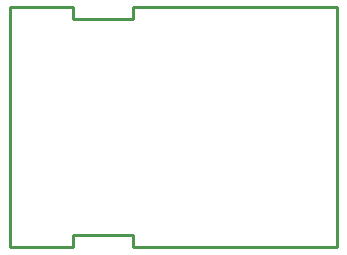
<source format=gbr>
G04 #@! TF.GenerationSoftware,KiCad,Pcbnew,8.0.6*
G04 #@! TF.CreationDate,2025-01-18T08:25:15-05:00*
G04 #@! TF.ProjectId,usbbbrkout,75736262-6272-46b6-9f75-742e6b696361,v1.0.0*
G04 #@! TF.SameCoordinates,Original*
G04 #@! TF.FileFunction,Profile,NP*
%FSLAX46Y46*%
G04 Gerber Fmt 4.6, Leading zero omitted, Abs format (unit mm)*
G04 Created by KiCad (PCBNEW 8.0.6) date 2025-01-18 08:25:15*
%MOMM*%
%LPD*%
G01*
G04 APERTURE LIST*
G04 #@! TA.AperFunction,Profile*
%ADD10C,0.254000*%
G04 #@! TD*
G04 APERTURE END LIST*
D10*
X138684000Y-91440000D02*
X156000000Y-91440000D01*
X133604000Y-111760000D02*
X133604000Y-110744000D01*
X156000000Y-91440000D02*
X156000000Y-111760000D01*
X156000000Y-111760000D02*
X138684000Y-111760000D01*
X133604000Y-111760000D02*
X128270000Y-111760000D01*
X138684000Y-110744000D02*
X138684000Y-111760000D01*
X133604000Y-110744000D02*
X138684000Y-110744000D01*
X133604000Y-92456000D02*
X138684000Y-92456000D01*
X128270000Y-111760000D02*
X128270000Y-91440000D01*
X133604000Y-91440000D02*
X128270000Y-91440000D01*
X133604000Y-91440000D02*
X133604000Y-92456000D01*
X138684000Y-92456000D02*
X138684000Y-91440000D01*
M02*

</source>
